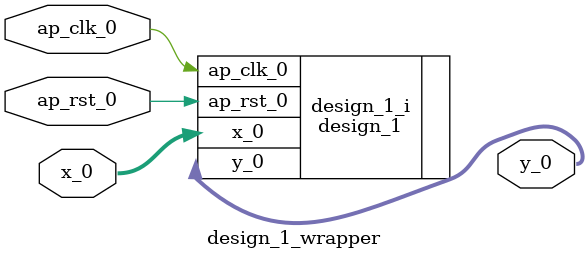
<source format=v>
`timescale 1 ps / 1 ps

module design_1_wrapper
   (ap_clk_0,
    ap_rst_0,
    x_0,
    y_0);
  input ap_clk_0;
  input ap_rst_0;
  input [31:0]x_0;
  output [31:0]y_0;

  wire ap_clk_0;
  wire ap_rst_0;
  wire [31:0]x_0;
  wire [31:0]y_0;

  design_1 design_1_i
       (.ap_clk_0(ap_clk_0),
        .ap_rst_0(ap_rst_0),
        .x_0(x_0),
        .y_0(y_0));
endmodule

</source>
